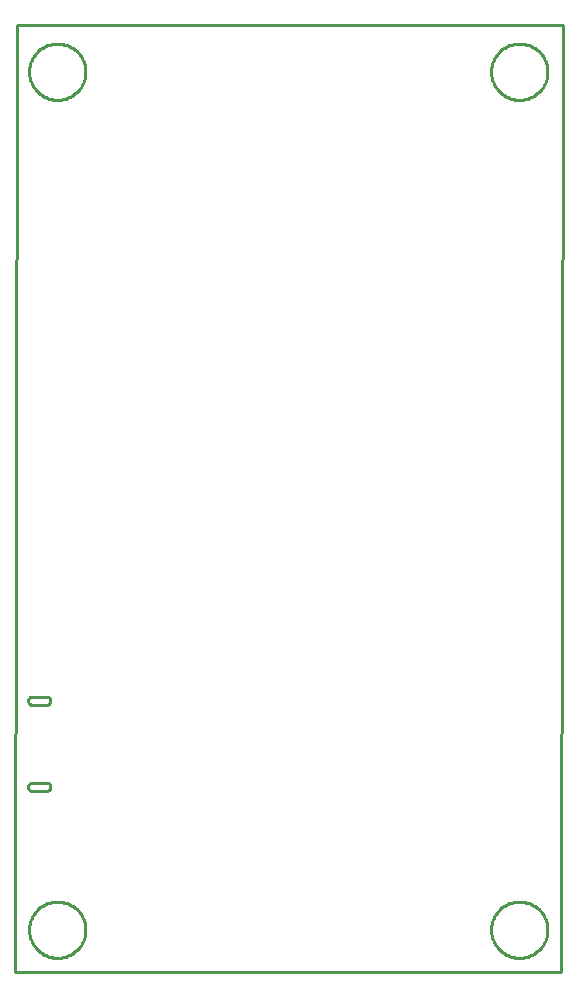
<source format=gbr>
G04 EAGLE Gerber RS-274X export*
G75*
%MOMM*%
%FSLAX34Y34*%
%LPD*%
%IN*%
%IPPOS*%
%AMOC8*
5,1,8,0,0,1.08239X$1,22.5*%
G01*
%ADD10C,0.254000*%


D10*
X12700Y-86360D02*
X474980Y-86360D01*
X476250Y715010D01*
X13970Y715010D01*
X12700Y-86360D01*
X27020Y66680D02*
X39020Y66680D01*
X39325Y66693D01*
X39628Y66733D01*
X39926Y66799D01*
X40217Y66891D01*
X40499Y67008D01*
X40770Y67149D01*
X41028Y67313D01*
X41270Y67499D01*
X41495Y67705D01*
X41701Y67930D01*
X41887Y68172D01*
X42051Y68430D01*
X42192Y68701D01*
X42309Y68983D01*
X42401Y69274D01*
X42467Y69572D01*
X42507Y69875D01*
X42520Y70180D01*
X42507Y70485D01*
X42467Y70788D01*
X42401Y71086D01*
X42309Y71377D01*
X42192Y71659D01*
X42051Y71930D01*
X41887Y72188D01*
X41701Y72430D01*
X41495Y72655D01*
X41270Y72861D01*
X41028Y73047D01*
X40770Y73211D01*
X40499Y73352D01*
X40217Y73469D01*
X39926Y73561D01*
X39628Y73627D01*
X39325Y73667D01*
X39020Y73680D01*
X27020Y73680D01*
X26715Y73667D01*
X26412Y73627D01*
X26114Y73561D01*
X25823Y73469D01*
X25541Y73352D01*
X25270Y73211D01*
X25012Y73047D01*
X24770Y72861D01*
X24545Y72655D01*
X24339Y72430D01*
X24153Y72188D01*
X23989Y71930D01*
X23848Y71659D01*
X23731Y71377D01*
X23639Y71086D01*
X23573Y70788D01*
X23533Y70485D01*
X23520Y70180D01*
X23533Y69875D01*
X23573Y69572D01*
X23639Y69274D01*
X23731Y68983D01*
X23848Y68701D01*
X23989Y68430D01*
X24153Y68172D01*
X24339Y67930D01*
X24545Y67705D01*
X24770Y67499D01*
X25012Y67313D01*
X25270Y67149D01*
X25541Y67008D01*
X25823Y66891D01*
X26114Y66799D01*
X26412Y66733D01*
X26715Y66693D01*
X27020Y66680D01*
X27020Y139680D02*
X39020Y139680D01*
X39325Y139693D01*
X39628Y139733D01*
X39926Y139799D01*
X40217Y139891D01*
X40499Y140008D01*
X40770Y140149D01*
X41028Y140313D01*
X41270Y140499D01*
X41495Y140705D01*
X41701Y140930D01*
X41887Y141172D01*
X42051Y141430D01*
X42192Y141701D01*
X42309Y141983D01*
X42401Y142274D01*
X42467Y142572D01*
X42507Y142875D01*
X42520Y143180D01*
X42507Y143485D01*
X42467Y143788D01*
X42401Y144086D01*
X42309Y144377D01*
X42192Y144659D01*
X42051Y144930D01*
X41887Y145188D01*
X41701Y145430D01*
X41495Y145655D01*
X41270Y145861D01*
X41028Y146047D01*
X40770Y146211D01*
X40499Y146352D01*
X40217Y146469D01*
X39926Y146561D01*
X39628Y146627D01*
X39325Y146667D01*
X39020Y146680D01*
X27020Y146680D01*
X26715Y146667D01*
X26412Y146627D01*
X26114Y146561D01*
X25823Y146469D01*
X25541Y146352D01*
X25270Y146211D01*
X25012Y146047D01*
X24770Y145861D01*
X24545Y145655D01*
X24339Y145430D01*
X24153Y145188D01*
X23989Y144930D01*
X23848Y144659D01*
X23731Y144377D01*
X23639Y144086D01*
X23573Y143788D01*
X23533Y143485D01*
X23520Y143180D01*
X23533Y142875D01*
X23573Y142572D01*
X23639Y142274D01*
X23731Y141983D01*
X23848Y141701D01*
X23989Y141430D01*
X24153Y141172D01*
X24339Y140930D01*
X24545Y140705D01*
X24770Y140499D01*
X25012Y140313D01*
X25270Y140149D01*
X25541Y140008D01*
X25823Y139891D01*
X26114Y139799D01*
X26412Y139733D01*
X26715Y139693D01*
X27020Y139680D01*
X72073Y674972D02*
X71998Y673638D01*
X71848Y672310D01*
X71624Y670993D01*
X71327Y669690D01*
X70957Y668406D01*
X70516Y667145D01*
X70004Y665910D01*
X69424Y664706D01*
X68778Y663537D01*
X68067Y662405D01*
X67294Y661316D01*
X66461Y660271D01*
X65570Y659274D01*
X64626Y658330D01*
X63629Y657439D01*
X62585Y656606D01*
X61495Y655833D01*
X60363Y655122D01*
X59194Y654476D01*
X57990Y653896D01*
X56755Y653384D01*
X55494Y652943D01*
X54210Y652573D01*
X52907Y652276D01*
X51590Y652052D01*
X50262Y651902D01*
X48928Y651828D01*
X47592Y651828D01*
X46258Y651902D01*
X44930Y652052D01*
X43613Y652276D01*
X42310Y652573D01*
X41026Y652943D01*
X39765Y653384D01*
X38530Y653896D01*
X37326Y654476D01*
X36157Y655122D01*
X35025Y655833D01*
X33936Y656606D01*
X32891Y657439D01*
X31894Y658330D01*
X30950Y659274D01*
X30059Y660271D01*
X29226Y661316D01*
X28453Y662405D01*
X27742Y663537D01*
X27096Y664706D01*
X26516Y665910D01*
X26004Y667145D01*
X25563Y668406D01*
X25193Y669690D01*
X24896Y670993D01*
X24672Y672310D01*
X24522Y673638D01*
X24448Y674972D01*
X24448Y676308D01*
X24522Y677642D01*
X24672Y678970D01*
X24896Y680287D01*
X25193Y681590D01*
X25563Y682874D01*
X26004Y684135D01*
X26516Y685370D01*
X27096Y686574D01*
X27742Y687743D01*
X28453Y688875D01*
X29226Y689965D01*
X30059Y691009D01*
X30950Y692006D01*
X31894Y692950D01*
X32891Y693841D01*
X33936Y694674D01*
X35025Y695447D01*
X36157Y696158D01*
X37326Y696804D01*
X38530Y697384D01*
X39765Y697896D01*
X41026Y698337D01*
X42310Y698707D01*
X43613Y699004D01*
X44930Y699228D01*
X46258Y699378D01*
X47592Y699453D01*
X48928Y699453D01*
X50262Y699378D01*
X51590Y699228D01*
X52907Y699004D01*
X54210Y698707D01*
X55494Y698337D01*
X56755Y697896D01*
X57990Y697384D01*
X59194Y696804D01*
X60363Y696158D01*
X61495Y695447D01*
X62585Y694674D01*
X63629Y693841D01*
X64626Y692950D01*
X65570Y692006D01*
X66461Y691009D01*
X67294Y689965D01*
X68067Y688875D01*
X68778Y687743D01*
X69424Y686574D01*
X70004Y685370D01*
X70516Y684135D01*
X70957Y682874D01*
X71327Y681590D01*
X71624Y680287D01*
X71848Y678970D01*
X71998Y677642D01*
X72073Y676308D01*
X72073Y674972D01*
X463233Y674972D02*
X463158Y673638D01*
X463008Y672310D01*
X462784Y670993D01*
X462487Y669690D01*
X462117Y668406D01*
X461676Y667145D01*
X461164Y665910D01*
X460584Y664706D01*
X459938Y663537D01*
X459227Y662405D01*
X458454Y661316D01*
X457621Y660271D01*
X456730Y659274D01*
X455786Y658330D01*
X454789Y657439D01*
X453745Y656606D01*
X452655Y655833D01*
X451523Y655122D01*
X450354Y654476D01*
X449150Y653896D01*
X447915Y653384D01*
X446654Y652943D01*
X445370Y652573D01*
X444067Y652276D01*
X442750Y652052D01*
X441422Y651902D01*
X440088Y651828D01*
X438752Y651828D01*
X437418Y651902D01*
X436090Y652052D01*
X434773Y652276D01*
X433470Y652573D01*
X432186Y652943D01*
X430925Y653384D01*
X429690Y653896D01*
X428486Y654476D01*
X427317Y655122D01*
X426185Y655833D01*
X425096Y656606D01*
X424051Y657439D01*
X423054Y658330D01*
X422110Y659274D01*
X421219Y660271D01*
X420386Y661316D01*
X419613Y662405D01*
X418902Y663537D01*
X418256Y664706D01*
X417676Y665910D01*
X417164Y667145D01*
X416723Y668406D01*
X416353Y669690D01*
X416056Y670993D01*
X415832Y672310D01*
X415682Y673638D01*
X415608Y674972D01*
X415608Y676308D01*
X415682Y677642D01*
X415832Y678970D01*
X416056Y680287D01*
X416353Y681590D01*
X416723Y682874D01*
X417164Y684135D01*
X417676Y685370D01*
X418256Y686574D01*
X418902Y687743D01*
X419613Y688875D01*
X420386Y689965D01*
X421219Y691009D01*
X422110Y692006D01*
X423054Y692950D01*
X424051Y693841D01*
X425096Y694674D01*
X426185Y695447D01*
X427317Y696158D01*
X428486Y696804D01*
X429690Y697384D01*
X430925Y697896D01*
X432186Y698337D01*
X433470Y698707D01*
X434773Y699004D01*
X436090Y699228D01*
X437418Y699378D01*
X438752Y699453D01*
X440088Y699453D01*
X441422Y699378D01*
X442750Y699228D01*
X444067Y699004D01*
X445370Y698707D01*
X446654Y698337D01*
X447915Y697896D01*
X449150Y697384D01*
X450354Y696804D01*
X451523Y696158D01*
X452655Y695447D01*
X453745Y694674D01*
X454789Y693841D01*
X455786Y692950D01*
X456730Y692006D01*
X457621Y691009D01*
X458454Y689965D01*
X459227Y688875D01*
X459938Y687743D01*
X460584Y686574D01*
X461164Y685370D01*
X461676Y684135D01*
X462117Y682874D01*
X462487Y681590D01*
X462784Y680287D01*
X463008Y678970D01*
X463158Y677642D01*
X463233Y676308D01*
X463233Y674972D01*
X72073Y-51468D02*
X71998Y-52802D01*
X71848Y-54130D01*
X71624Y-55447D01*
X71327Y-56750D01*
X70957Y-58034D01*
X70516Y-59295D01*
X70004Y-60530D01*
X69424Y-61734D01*
X68778Y-62903D01*
X68067Y-64035D01*
X67294Y-65125D01*
X66461Y-66169D01*
X65570Y-67166D01*
X64626Y-68110D01*
X63629Y-69001D01*
X62585Y-69834D01*
X61495Y-70607D01*
X60363Y-71318D01*
X59194Y-71964D01*
X57990Y-72544D01*
X56755Y-73056D01*
X55494Y-73497D01*
X54210Y-73867D01*
X52907Y-74164D01*
X51590Y-74388D01*
X50262Y-74538D01*
X48928Y-74613D01*
X47592Y-74613D01*
X46258Y-74538D01*
X44930Y-74388D01*
X43613Y-74164D01*
X42310Y-73867D01*
X41026Y-73497D01*
X39765Y-73056D01*
X38530Y-72544D01*
X37326Y-71964D01*
X36157Y-71318D01*
X35025Y-70607D01*
X33936Y-69834D01*
X32891Y-69001D01*
X31894Y-68110D01*
X30950Y-67166D01*
X30059Y-66169D01*
X29226Y-65125D01*
X28453Y-64035D01*
X27742Y-62903D01*
X27096Y-61734D01*
X26516Y-60530D01*
X26004Y-59295D01*
X25563Y-58034D01*
X25193Y-56750D01*
X24896Y-55447D01*
X24672Y-54130D01*
X24522Y-52802D01*
X24448Y-51468D01*
X24448Y-50132D01*
X24522Y-48798D01*
X24672Y-47470D01*
X24896Y-46153D01*
X25193Y-44850D01*
X25563Y-43566D01*
X26004Y-42305D01*
X26516Y-41070D01*
X27096Y-39866D01*
X27742Y-38697D01*
X28453Y-37565D01*
X29226Y-36476D01*
X30059Y-35431D01*
X30950Y-34434D01*
X31894Y-33490D01*
X32891Y-32599D01*
X33936Y-31766D01*
X35025Y-30993D01*
X36157Y-30282D01*
X37326Y-29636D01*
X38530Y-29056D01*
X39765Y-28544D01*
X41026Y-28103D01*
X42310Y-27733D01*
X43613Y-27436D01*
X44930Y-27212D01*
X46258Y-27062D01*
X47592Y-26988D01*
X48928Y-26988D01*
X50262Y-27062D01*
X51590Y-27212D01*
X52907Y-27436D01*
X54210Y-27733D01*
X55494Y-28103D01*
X56755Y-28544D01*
X57990Y-29056D01*
X59194Y-29636D01*
X60363Y-30282D01*
X61495Y-30993D01*
X62585Y-31766D01*
X63629Y-32599D01*
X64626Y-33490D01*
X65570Y-34434D01*
X66461Y-35431D01*
X67294Y-36476D01*
X68067Y-37565D01*
X68778Y-38697D01*
X69424Y-39866D01*
X70004Y-41070D01*
X70516Y-42305D01*
X70957Y-43566D01*
X71327Y-44850D01*
X71624Y-46153D01*
X71848Y-47470D01*
X71998Y-48798D01*
X72073Y-50132D01*
X72073Y-51468D01*
X463233Y-51468D02*
X463158Y-52802D01*
X463008Y-54130D01*
X462784Y-55447D01*
X462487Y-56750D01*
X462117Y-58034D01*
X461676Y-59295D01*
X461164Y-60530D01*
X460584Y-61734D01*
X459938Y-62903D01*
X459227Y-64035D01*
X458454Y-65125D01*
X457621Y-66169D01*
X456730Y-67166D01*
X455786Y-68110D01*
X454789Y-69001D01*
X453745Y-69834D01*
X452655Y-70607D01*
X451523Y-71318D01*
X450354Y-71964D01*
X449150Y-72544D01*
X447915Y-73056D01*
X446654Y-73497D01*
X445370Y-73867D01*
X444067Y-74164D01*
X442750Y-74388D01*
X441422Y-74538D01*
X440088Y-74613D01*
X438752Y-74613D01*
X437418Y-74538D01*
X436090Y-74388D01*
X434773Y-74164D01*
X433470Y-73867D01*
X432186Y-73497D01*
X430925Y-73056D01*
X429690Y-72544D01*
X428486Y-71964D01*
X427317Y-71318D01*
X426185Y-70607D01*
X425096Y-69834D01*
X424051Y-69001D01*
X423054Y-68110D01*
X422110Y-67166D01*
X421219Y-66169D01*
X420386Y-65125D01*
X419613Y-64035D01*
X418902Y-62903D01*
X418256Y-61734D01*
X417676Y-60530D01*
X417164Y-59295D01*
X416723Y-58034D01*
X416353Y-56750D01*
X416056Y-55447D01*
X415832Y-54130D01*
X415682Y-52802D01*
X415608Y-51468D01*
X415608Y-50132D01*
X415682Y-48798D01*
X415832Y-47470D01*
X416056Y-46153D01*
X416353Y-44850D01*
X416723Y-43566D01*
X417164Y-42305D01*
X417676Y-41070D01*
X418256Y-39866D01*
X418902Y-38697D01*
X419613Y-37565D01*
X420386Y-36476D01*
X421219Y-35431D01*
X422110Y-34434D01*
X423054Y-33490D01*
X424051Y-32599D01*
X425096Y-31766D01*
X426185Y-30993D01*
X427317Y-30282D01*
X428486Y-29636D01*
X429690Y-29056D01*
X430925Y-28544D01*
X432186Y-28103D01*
X433470Y-27733D01*
X434773Y-27436D01*
X436090Y-27212D01*
X437418Y-27062D01*
X438752Y-26988D01*
X440088Y-26988D01*
X441422Y-27062D01*
X442750Y-27212D01*
X444067Y-27436D01*
X445370Y-27733D01*
X446654Y-28103D01*
X447915Y-28544D01*
X449150Y-29056D01*
X450354Y-29636D01*
X451523Y-30282D01*
X452655Y-30993D01*
X453745Y-31766D01*
X454789Y-32599D01*
X455786Y-33490D01*
X456730Y-34434D01*
X457621Y-35431D01*
X458454Y-36476D01*
X459227Y-37565D01*
X459938Y-38697D01*
X460584Y-39866D01*
X461164Y-41070D01*
X461676Y-42305D01*
X462117Y-43566D01*
X462487Y-44850D01*
X462784Y-46153D01*
X463008Y-47470D01*
X463158Y-48798D01*
X463233Y-50132D01*
X463233Y-51468D01*
M02*

</source>
